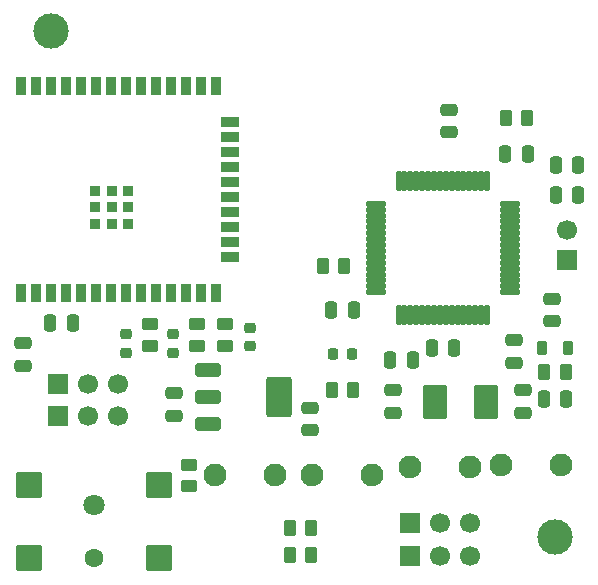
<source format=gts>
%TF.GenerationSoftware,KiCad,Pcbnew,9.0.7*%
%TF.CreationDate,2026-02-16T18:04:32-06:00*%
%TF.ProjectId,326pcb,33323670-6362-42e6-9b69-6361645f7063,rev?*%
%TF.SameCoordinates,Original*%
%TF.FileFunction,Soldermask,Top*%
%TF.FilePolarity,Negative*%
%FSLAX46Y46*%
G04 Gerber Fmt 4.6, Leading zero omitted, Abs format (unit mm)*
G04 Created by KiCad (PCBNEW 9.0.7) date 2026-02-16 18:04:32*
%MOMM*%
%LPD*%
G01*
G04 APERTURE LIST*
G04 Aperture macros list*
%AMRoundRect*
0 Rectangle with rounded corners*
0 $1 Rounding radius*
0 $2 $3 $4 $5 $6 $7 $8 $9 X,Y pos of 4 corners*
0 Add a 4 corners polygon primitive as box body*
4,1,4,$2,$3,$4,$5,$6,$7,$8,$9,$2,$3,0*
0 Add four circle primitives for the rounded corners*
1,1,$1+$1,$2,$3*
1,1,$1+$1,$4,$5*
1,1,$1+$1,$6,$7*
1,1,$1+$1,$8,$9*
0 Add four rect primitives between the rounded corners*
20,1,$1+$1,$2,$3,$4,$5,0*
20,1,$1+$1,$4,$5,$6,$7,0*
20,1,$1+$1,$6,$7,$8,$9,0*
20,1,$1+$1,$8,$9,$2,$3,0*%
G04 Aperture macros list end*
%ADD10C,3.000000*%
%ADD11R,0.900000X0.900000*%
%ADD12R,0.900000X1.500000*%
%ADD13R,1.500000X0.900000*%
%ADD14RoundRect,0.250000X-0.450000X0.262500X-0.450000X-0.262500X0.450000X-0.262500X0.450000X0.262500X0*%
%ADD15RoundRect,0.218750X-0.256250X0.218750X-0.256250X-0.218750X0.256250X-0.218750X0.256250X0.218750X0*%
%ADD16R,1.700000X1.700000*%
%ADD17C,1.700000*%
%ADD18RoundRect,0.250000X-0.250000X-0.475000X0.250000X-0.475000X0.250000X0.475000X-0.250000X0.475000X0*%
%ADD19RoundRect,0.250000X-0.475000X0.250000X-0.475000X-0.250000X0.475000X-0.250000X0.475000X0.250000X0*%
%ADD20RoundRect,0.218750X-0.218750X-0.256250X0.218750X-0.256250X0.218750X0.256250X-0.218750X0.256250X0*%
%ADD21RoundRect,0.250000X-0.262500X-0.450000X0.262500X-0.450000X0.262500X0.450000X-0.262500X0.450000X0*%
%ADD22RoundRect,0.250000X0.250000X0.475000X-0.250000X0.475000X-0.250000X-0.475000X0.250000X-0.475000X0*%
%ADD23RoundRect,0.141750X-0.950250X-0.425250X0.950250X-0.425250X0.950250X0.425250X-0.950250X0.425250X0*%
%ADD24RoundRect,0.273000X-0.819000X-1.444000X0.819000X-1.444000X0.819000X1.444000X-0.819000X1.444000X0*%
%ADD25RoundRect,0.250000X0.262500X0.450000X-0.262500X0.450000X-0.262500X-0.450000X0.262500X-0.450000X0*%
%ADD26RoundRect,0.250000X0.475000X-0.250000X0.475000X0.250000X-0.475000X0.250000X-0.475000X-0.250000X0*%
%ADD27C,1.930400*%
%ADD28RoundRect,0.059250X0.777750X0.177750X-0.777750X0.177750X-0.777750X-0.177750X0.777750X-0.177750X0*%
%ADD29RoundRect,0.059250X0.177750X0.777750X-0.177750X0.777750X-0.177750X-0.777750X0.177750X-0.777750X0*%
%ADD30RoundRect,0.218750X-0.218750X-0.381250X0.218750X-0.381250X0.218750X0.381250X-0.218750X0.381250X0*%
%ADD31C,1.600000*%
%ADD32C,1.800000*%
%ADD33RoundRect,0.102000X1.000000X-1.000000X1.000000X1.000000X-1.000000X1.000000X-1.000000X-1.000000X0*%
%ADD34RoundRect,0.102000X0.950000X1.300000X-0.950000X1.300000X-0.950000X-1.300000X0.950000X-1.300000X0*%
G04 APERTURE END LIST*
D10*
%TO.C,REF\u002A\u002A*%
X196530000Y-90440000D03*
%TD*%
%TO.C,REF\u002A\u002A*%
X153840000Y-47650000D03*
%TD*%
D11*
%TO.C,U2*%
X160380000Y-61170000D03*
X158980000Y-61170000D03*
X157580000Y-61170000D03*
X160380000Y-62570000D03*
X158980000Y-62570000D03*
X157580000Y-62570000D03*
X160380000Y-63970000D03*
X158980000Y-63970000D03*
X157580000Y-63970000D03*
D12*
X151260000Y-52320000D03*
X152530000Y-52320000D03*
X153800000Y-52320000D03*
X155070000Y-52320000D03*
X156340000Y-52320000D03*
X157610000Y-52320000D03*
X158880000Y-52320000D03*
X160150000Y-52320000D03*
X161420000Y-52320000D03*
X162690000Y-52320000D03*
X163960000Y-52320000D03*
X165230000Y-52320000D03*
X166500000Y-52320000D03*
X167770000Y-52320000D03*
D13*
X169020000Y-55355000D03*
X169020000Y-56625000D03*
X169020000Y-57895000D03*
X169020000Y-59165000D03*
X169020000Y-60435000D03*
X169020000Y-61705000D03*
X169020000Y-62975000D03*
X169020000Y-64245000D03*
X169020000Y-65515000D03*
X169020000Y-66785000D03*
D12*
X167770000Y-69820000D03*
X166500000Y-69820000D03*
X165230000Y-69820000D03*
X163960000Y-69820000D03*
X162690000Y-69820000D03*
X161420000Y-69820000D03*
X160150000Y-69820000D03*
X158880000Y-69820000D03*
X157610000Y-69820000D03*
X156340000Y-69820000D03*
X155070000Y-69820000D03*
X153800000Y-69820000D03*
X152530000Y-69820000D03*
X151260000Y-69820000D03*
%TD*%
D14*
%TO.C,R8*%
X168520000Y-72457500D03*
X168520000Y-74282500D03*
%TD*%
D15*
%TO.C,WS*%
X164170000Y-73280000D03*
X164170000Y-74855000D03*
%TD*%
%TO.C,AP*%
X170690000Y-72742500D03*
X170690000Y-74317500D03*
%TD*%
D16*
%TO.C,USB*%
X154380000Y-80250000D03*
D17*
X156920000Y-80250000D03*
X159460000Y-80250000D03*
%TD*%
D18*
%TO.C,C10*%
X153750000Y-72350000D03*
X155650000Y-72350000D03*
%TD*%
D19*
%TO.C,C12*%
X175720000Y-79510000D03*
X175720000Y-81410000D03*
%TD*%
D14*
%TO.C,R6*%
X162200000Y-72437500D03*
X162200000Y-74262500D03*
%TD*%
D20*
%TO.C,D4*%
X179287500Y-75000000D03*
X177712500Y-75000000D03*
%TD*%
D14*
%TO.C,R7*%
X166200000Y-72437500D03*
X166200000Y-74262500D03*
%TD*%
D19*
%TO.C,C11*%
X164210000Y-78300000D03*
X164210000Y-80200000D03*
%TD*%
D21*
%TO.C,R10*%
X179412500Y-78000000D03*
X177587500Y-78000000D03*
%TD*%
%TO.C,R3*%
X176837500Y-67500000D03*
X178662500Y-67500000D03*
%TD*%
D22*
%TO.C,C9*%
X177550000Y-71250000D03*
X179450000Y-71250000D03*
%TD*%
D19*
%TO.C,C14*%
X151440000Y-74067500D03*
X151440000Y-75967500D03*
%TD*%
D16*
%TO.C,J6*%
X154380000Y-77500000D03*
D17*
X156920000Y-77500000D03*
X159460000Y-77500000D03*
%TD*%
D15*
%TO.C,Net*%
X160200000Y-73280000D03*
X160200000Y-74855000D03*
%TD*%
D23*
%TO.C,U3*%
X167105000Y-76340000D03*
X167105000Y-78640000D03*
X167105000Y-80940000D03*
D24*
X173135000Y-78640000D03*
%TD*%
D25*
%TO.C,R2*%
X194162500Y-55000000D03*
X192337500Y-55000000D03*
%TD*%
D26*
%TO.C,C16*%
X187500000Y-56200000D03*
X187500000Y-54300000D03*
%TD*%
D25*
%TO.C,R1*%
X197412500Y-76500000D03*
X195587500Y-76500000D03*
%TD*%
D22*
%TO.C,C15*%
X184450000Y-75500000D03*
X182550000Y-75500000D03*
%TD*%
%TO.C,C6*%
X197450000Y-78750000D03*
X195550000Y-78750000D03*
%TD*%
D26*
%TO.C,C5*%
X193000000Y-75700000D03*
X193000000Y-73800000D03*
%TD*%
D27*
%TO.C,PRVSN*%
X184210000Y-84500000D03*
X189290000Y-84500000D03*
%TD*%
D22*
%TO.C,C4*%
X198450000Y-59000000D03*
X196550000Y-59000000D03*
%TD*%
D28*
%TO.C,U1*%
X192670000Y-69750000D03*
X192669999Y-69250000D03*
X192669999Y-68750000D03*
X192670000Y-68250000D03*
X192670000Y-67749999D03*
X192670000Y-67250000D03*
X192670000Y-66750001D03*
X192670000Y-66250000D03*
X192670000Y-65750000D03*
X192670000Y-65249999D03*
X192670001Y-64749999D03*
X192670000Y-64250001D03*
X192670000Y-63750000D03*
X192670000Y-63250000D03*
X192669999Y-62750000D03*
X192669999Y-62249999D03*
D29*
X190750000Y-60330000D03*
X190250000Y-60330001D03*
X189750000Y-60330001D03*
X189250000Y-60330000D03*
X188749999Y-60330000D03*
X188250000Y-60330000D03*
X187750001Y-60330000D03*
X187250000Y-60330000D03*
X186750000Y-60330000D03*
X186249999Y-60330000D03*
X185749999Y-60329999D03*
X185250001Y-60330000D03*
X184750000Y-60330000D03*
X184250000Y-60330000D03*
X183750000Y-60330001D03*
X183249999Y-60330001D03*
D28*
X181330000Y-62250000D03*
X181330001Y-62750000D03*
X181330001Y-63250000D03*
X181330000Y-63750000D03*
X181330000Y-64250001D03*
X181330000Y-64750000D03*
X181330000Y-65249999D03*
X181330000Y-65750000D03*
X181330000Y-66250000D03*
X181330000Y-66750001D03*
X181329999Y-67250001D03*
X181330000Y-67749999D03*
X181330000Y-68250000D03*
X181330000Y-68750000D03*
X181330001Y-69250000D03*
X181330001Y-69750001D03*
D29*
X183250000Y-71670000D03*
X183750000Y-71669999D03*
X184250000Y-71669999D03*
X184750000Y-71670000D03*
X185250001Y-71670000D03*
X185750000Y-71670000D03*
X186249999Y-71670000D03*
X186750000Y-71670000D03*
X187250000Y-71670000D03*
X187750001Y-71670000D03*
X188250001Y-71670001D03*
X188749999Y-71670000D03*
X189250000Y-71670000D03*
X189750000Y-71670000D03*
X190250000Y-71669999D03*
X190750001Y-71669999D03*
%TD*%
D16*
%TO.C,JMP*%
X197500000Y-67025000D03*
D17*
X197500000Y-64485000D03*
%TD*%
D26*
%TO.C,C2*%
X196250000Y-72200000D03*
X196250000Y-70300000D03*
%TD*%
D19*
%TO.C,C7*%
X193750000Y-78050000D03*
X193750000Y-79950000D03*
%TD*%
D18*
%TO.C,C3*%
X196550000Y-61500000D03*
X198450000Y-61500000D03*
%TD*%
D22*
%TO.C,C1*%
X187950000Y-74500000D03*
X186050000Y-74500000D03*
%TD*%
D27*
%TO.C,IO0*%
X175960000Y-85250000D03*
X181040000Y-85250000D03*
%TD*%
D30*
%TO.C,L1*%
X195437500Y-74500000D03*
X197562500Y-74500000D03*
%TD*%
D27*
%TO.C,MCU RST*%
X191960000Y-84400000D03*
X197040000Y-84400000D03*
%TD*%
D14*
%TO.C,R5*%
X165500000Y-84337500D03*
X165500000Y-86162500D03*
%TD*%
D16*
%TO.C,J4*%
X184190000Y-89310000D03*
D17*
X186730000Y-89310000D03*
X189270000Y-89310000D03*
%TD*%
D16*
%TO.C,PRGM*%
X184190000Y-92080000D03*
D17*
X186730000Y-92080000D03*
X189270000Y-92080000D03*
%TD*%
D31*
%TO.C,J7*%
X157500000Y-92250000D03*
D32*
X157500000Y-87750000D03*
D33*
X152000000Y-92250000D03*
X163000000Y-92250000D03*
X163000000Y-86100000D03*
X152000000Y-86100000D03*
%TD*%
D19*
%TO.C,C8*%
X182750000Y-78050000D03*
X182750000Y-79950000D03*
%TD*%
D21*
%TO.C,R4*%
X174037500Y-91960000D03*
X175862500Y-91960000D03*
%TD*%
D18*
%TO.C,C13*%
X192300000Y-58000000D03*
X194200000Y-58000000D03*
%TD*%
D21*
%TO.C,R9*%
X174037500Y-89710000D03*
X175862500Y-89710000D03*
%TD*%
D34*
%TO.C,Y1*%
X190650001Y-79000000D03*
X186349999Y-79000000D03*
%TD*%
D27*
%TO.C,WiFi RST*%
X167710000Y-85250000D03*
X172790000Y-85250000D03*
%TD*%
M02*

</source>
